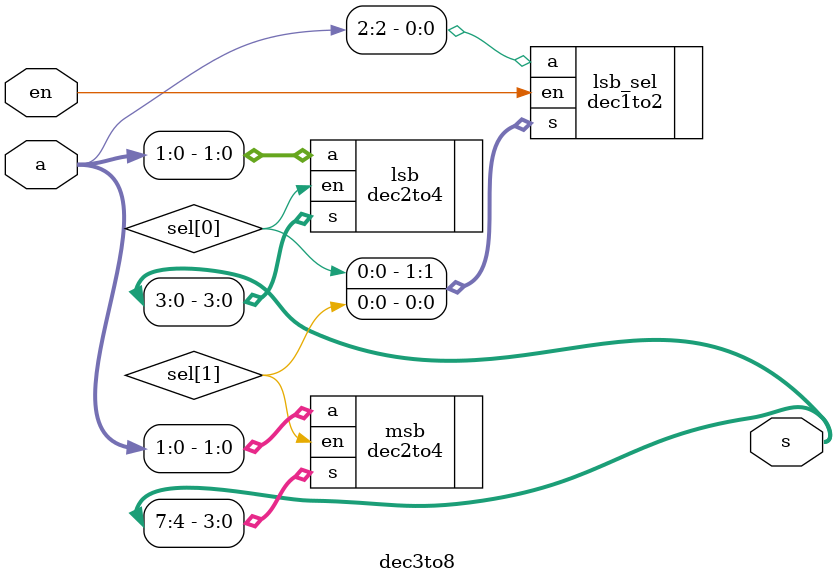
<source format=v>
module dec3to8(
	input 	wire[2:0]	a,
	input 	wire		en,
	output	wire[7:0]	s
);

	wire sel[1:0];
	
	// instance of dec1to2 circuit
	dec1to2 lsb_sel( .a(a[2]), .en(en), .s({sel[0], sel[1]}) );

	dec2to4 msb( .a({a[1], a[0]}), .en(sel[1]), .s({s[7], s[6], s[5], s[4]}) );
	dec2to4 lsb( .a({a[1], a[0]}), .en(sel[0]), .s({s[3], s[2], s[1], s[0]}) );

endmodule

</source>
